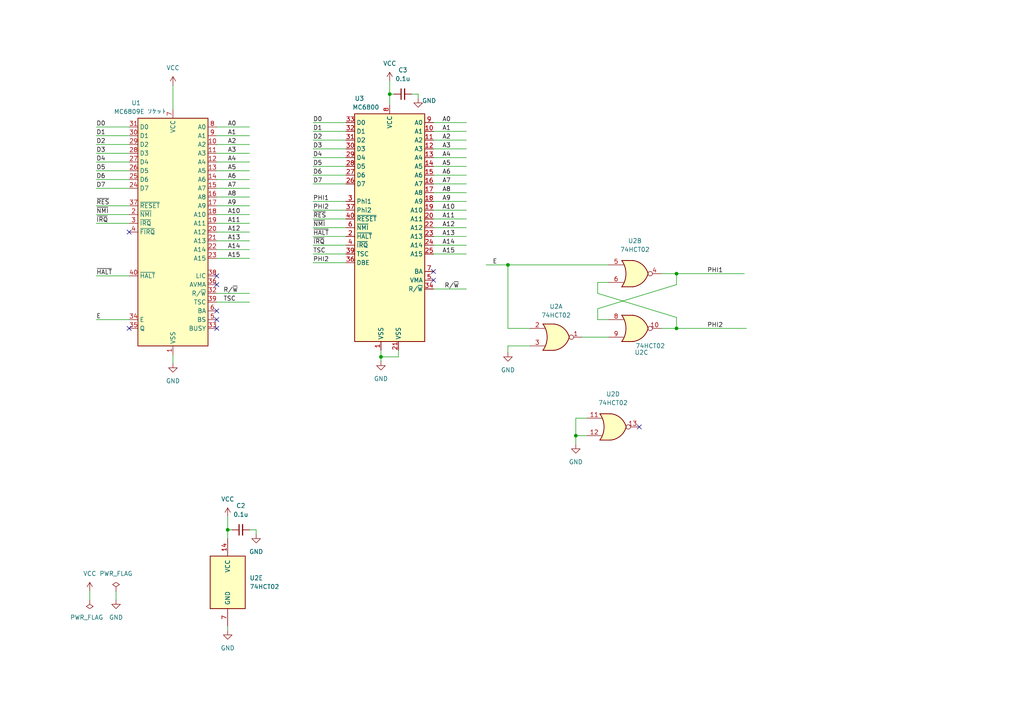
<source format=kicad_sch>
(kicad_sch (version 20211123) (generator eeschema)
  (paper "A4")
  (title_block (title "SBC6809E MC6800 Adaptor") (date "2022-11-05") (rev "1") (company "KUNI-NET") (comment 1 "SBC6809EへMC6800 MPUを搭載するアダプター"))
  (lib_symbols
    (symbol "74xx:74HCT02" (pin_names (offset 1.016))
      (property "Reference" "U" (at 0 1.27 0))
      (property "Value" "74HCT02" (at 0 -1.27 0))
      (symbol "74HCT02_1_1"
        (arc (start -3.81 -3.81) (mid -2.589 0) (end -3.81 3.81) (stroke (width 0.254)))
        (arc (start -0.6096 -3.81) (mid 2.1842 -2.5851) (end 3.81 0) (stroke (width 0.254)) (fill (type background)))
        (polyline (pts (xy -3.81 -3.81) (xy -0.635 -3.81)) (stroke (width 0.254)) (fill (type background)))
        (polyline (pts (xy -3.81 3.81) (xy -0.635 3.81)) (stroke (width 0.254)) (fill (type background)))
        (polyline (pts (xy -0.635 3.81) (xy -3.81 3.81) (xy -3.81 3.81) (xy -3.556 3.4036) (xy -3.0226 2.2606) (xy -2.6924 1.0414) (xy -2.6162 -0.254) (xy -2.7686 -1.4986) (xy -3.175 -2.7178) (xy -3.81 -3.81) (xy -3.81 -3.81) (xy -0.635 -3.81)) (stroke (width -25.4)) (fill (type background)))
        (arc (start 3.81 0) (mid 2.1915 2.5936) (end -0.6096 3.81) (stroke (width 0.254)) (fill (type background)))
        (pin output inverted (at 7.62 0 180) (length 3.81) (name "~") (number "1"))
        (pin input line (at -7.62 2.54 0) (length 4.318) (name "~") (number "2"))
        (pin input line (at -7.62 -2.54 0) (length 4.318) (name "~") (number "3"))
      )
      (symbol "74HCT02_1_2"
        (arc (start 0 -3.81) (mid 3.81 0) (end 0 3.81) (stroke (width 0.254)) (fill (type background)))
        (polyline (pts (xy 0 3.81) (xy -3.81 3.81) (xy -3.81 -3.81) (xy 0 -3.81)) (stroke (width 0.254)) (fill (type background)))
        (pin output line (at 7.62 0 180) (length 3.81) (name "~") (number "1"))
        (pin input inverted (at -7.62 2.54 0) (length 3.81) (name "~") (number "2"))
        (pin input inverted (at -7.62 -2.54 0) (length 3.81) (name "~") (number "3"))
      )
      (symbol "74HCT02_2_1"
        (arc (start -3.81 -3.81) (mid -2.589 0) (end -3.81 3.81) (stroke (width 0.254)))
        (arc (start -0.6096 -3.81) (mid 2.1842 -2.5851) (end 3.81 0) (stroke (width 0.254)) (fill (type background)))
        (polyline (pts (xy -3.81 -3.81) (xy -0.635 -3.81)) (stroke (width 0.254)) (fill (type background)))
        (polyline (pts (xy -3.81 3.81) (xy -0.635 3.81)) (stroke (width 0.254)) (fill (type background)))
        (polyline (pts (xy -0.635 3.81) (xy -3.81 3.81) (xy -3.81 3.81) (xy -3.556 3.4036) (xy -3.0226 2.2606) (xy -2.6924 1.0414) (xy -2.6162 -0.254) (xy -2.7686 -1.4986) (xy -3.175 -2.7178) (xy -3.81 -3.81) (xy -3.81 -3.81) (xy -0.635 -3.81)) (stroke (width -25.4)) (fill (type background)))
        (arc (start 3.81 0) (mid 2.1915 2.5936) (end -0.6096 3.81) (stroke (width 0.254)) (fill (type background)))
        (pin output inverted (at 7.62 0 180) (length 3.81) (name "~") (number "4"))
        (pin input line (at -7.62 2.54 0) (length 4.318) (name "~") (number "5"))
        (pin input line (at -7.62 -2.54 0) (length 4.318) (name "~") (number "6"))
      )
      (symbol "74HCT02_2_2"
        (arc (start 0 -3.81) (mid 3.81 0) (end 0 3.81) (stroke (width 0.254)) (fill (type background)))
        (polyline (pts (xy 0 3.81) (xy -3.81 3.81) (xy -3.81 -3.81) (xy 0 -3.81)) (stroke (width 0.254)) (fill (type background)))
        (pin output line (at 7.62 0 180) (length 3.81) (name "~") (number "4"))
        (pin input inverted (at -7.62 2.54 0) (length 3.81) (name "~") (number "5"))
        (pin input inverted (at -7.62 -2.54 0) (length 3.81) (name "~") (number "6"))
      )
      (symbol "74HCT02_3_1"
        (arc (start -3.81 -3.81) (mid -2.589 0) (end -3.81 3.81) (stroke (width 0.254)))
        (arc (start -0.6096 -3.81) (mid 2.1842 -2.5851) (end 3.81 0) (stroke (width 0.254)) (fill (type background)))
        (polyline (pts (xy -3.81 -3.81) (xy -0.635 -3.81)) (stroke (width 0.254)) (fill (type background)))
        (polyline (pts (xy -3.81 3.81) (xy -0.635 3.81)) (stroke (width 0.254)) (fill (type background)))
        (polyline (pts (xy -0.635 3.81) (xy -3.81 3.81) (xy -3.81 3.81) (xy -3.556 3.4036) (xy -3.0226 2.2606) (xy -2.6924 1.0414) (xy -2.6162 -0.254) (xy -2.7686 -1.4986) (xy -3.175 -2.7178) (xy -3.81 -3.81) (xy -3.81 -3.81) (xy -0.635 -3.81)) (stroke (width -25.4)) (fill (type background)))
        (arc (start 3.81 0) (mid 2.1915 2.5936) (end -0.6096 3.81) (stroke (width 0.254)) (fill (type background)))
        (pin output inverted (at 7.62 0 180) (length 3.81) (name "~") (number "10"))
        (pin input line (at -7.62 2.54 0) (length 4.318) (name "~") (number "8"))
        (pin input line (at -7.62 -2.54 0) (length 4.318) (name "~") (number "9"))
      )
      (symbol "74HCT02_3_2"
        (arc (start 0 -3.81) (mid 3.81 0) (end 0 3.81) (stroke (width 0.254)) (fill (type background)))
        (polyline (pts (xy 0 3.81) (xy -3.81 3.81) (xy -3.81 -3.81) (xy 0 -3.81)) (stroke (width 0.254)) (fill (type background)))
        (pin output line (at 7.62 0 180) (length 3.81) (name "~") (number "10"))
        (pin input inverted (at -7.62 2.54 0) (length 3.81) (name "~") (number "8"))
        (pin input inverted (at -7.62 -2.54 0) (length 3.81) (name "~") (number "9"))
      )
      (symbol "74HCT02_4_1"
        (arc (start -3.81 -3.81) (mid -2.589 0) (end -3.81 3.81) (stroke (width 0.254)))
        (arc (start -0.6096 -3.81) (mid 2.1842 -2.5851) (end 3.81 0) (stroke (width 0.254)) (fill (type background)))
        (polyline (pts (xy -3.81 -3.81) (xy -0.635 -3.81)) (stroke (width 0.254)) (fill (type background)))
        (polyline (pts (xy -3.81 3.81) (xy -0.635 3.81)) (stroke (width 0.254)) (fill (type background)))
        (polyline (pts (xy -0.635 3.81) (xy -3.81 3.81) (xy -3.81 3.81) (xy -3.556 3.4036) (xy -3.0226 2.2606) (xy -2.6924 1.0414) (xy -2.6162 -0.254) (xy -2.7686 -1.4986) (xy -3.175 -2.7178) (xy -3.81 -3.81) (xy -3.81 -3.81) (xy -0.635 -3.81)) (stroke (width -25.4)) (fill (type background)))
        (arc (start 3.81 0) (mid 2.1915 2.5936) (end -0.6096 3.81) (stroke (width 0.254)) (fill (type background)))
        (pin input line (at -7.62 2.54 0) (length 4.318) (name "~") (number "11"))
        (pin input line (at -7.62 -2.54 0) (length 4.318) (name "~") (number "12"))
        (pin output inverted (at 7.62 0 180) (length 3.81) (name "~") (number "13"))
      )
      (symbol "74HCT02_4_2"
        (arc (start 0 -3.81) (mid 3.81 0) (end 0 3.81) (stroke (width 0.254)) (fill (type background)))
        (polyline (pts (xy 0 3.81) (xy -3.81 3.81) (xy -3.81 -3.81) (xy 0 -3.81)) (stroke (width 0.254)) (fill (type background)))
        (pin input inverted (at -7.62 2.54 0) (length 3.81) (name "~") (number "11"))
        (pin input inverted (at -7.62 -2.54 0) (length 3.81) (name "~") (number "12"))
        (pin output line (at 7.62 0 180) (length 3.81) (name "~") (number "13"))
      )
      (symbol "74HCT02_5_0"
        (pin power_in line (at 0 12.7 270) (length 5.08) (name "VCC") (number "14"))
        (pin power_in line (at 0 -12.7 90) (length 5.08) (name "GND") (number "7"))
      )
      (symbol "74HCT02_5_1"
        (rectangle (start -5.08 7.62) (end 5.08 -7.62) (stroke (width 0.254)) (fill (type background)))
      )
    )
    (symbol "CPU_NXP_6800:MC6800"
      (property "Reference" "U" (at -8.89 34.29 0))
      (property "Value" "MC6800" (at 10.16 34.29 0))
      (symbol "MC6800_0_1"
        (rectangle (start -10.16 -33.02) (end 10.16 33.02) (stroke (width 0.254)) (fill (type background)))
      )
      (symbol "MC6800_1_1"
        (pin power_in line (at -2.54 -35.56 90) (length 2.54) (name "VSS") (number "1"))
        (pin output line (at 12.7 27.94 180) (length 2.54) (name "A1") (number "10"))
        (pin output line (at 12.7 25.4 180) (length 2.54) (name "A2") (number "11"))
        (pin output line (at 12.7 22.86 180) (length 2.54) (name "A3") (number "12"))
        (pin output line (at 12.7 20.32 180) (length 2.54) (name "A4") (number "13"))
        (pin output line (at 12.7 17.78 180) (length 2.54) (name "A5") (number "14"))
        (pin output line (at 12.7 15.24 180) (length 2.54) (name "A6") (number "15"))
        (pin output line (at 12.7 12.7 180) (length 2.54) (name "A7") (number "16"))
        (pin output line (at 12.7 10.16 180) (length 2.54) (name "A8") (number "17"))
        (pin output line (at 12.7 7.62 180) (length 2.54) (name "A9") (number "18"))
        (pin output line (at 12.7 5.08 180) (length 2.54) (name "A10") (number "19"))
        (pin input line (at -12.7 -2.54 0) (length 2.54) (name "~{HALT}") (number "2"))
        (pin output line (at 12.7 2.54 180) (length 2.54) (name "A11") (number "20"))
        (pin power_in line (at 2.54 -35.56 90) (length 2.54) (name "VSS") (number "21"))
        (pin output line (at 12.7 0 180) (length 2.54) (name "A12") (number "22"))
        (pin output line (at 12.7 -2.54 180) (length 2.54) (name "A13") (number "23"))
        (pin output line (at 12.7 -5.08 180) (length 2.54) (name "A14") (number "24"))
        (pin output line (at 12.7 -7.62 180) (length 2.54) (name "A15") (number "25"))
        (pin bidirectional line (at -12.7 12.7 0) (length 2.54) (name "D7") (number "26"))
        (pin bidirectional line (at -12.7 15.24 0) (length 2.54) (name "D6") (number "27"))
        (pin bidirectional line (at -12.7 17.78 0) (length 2.54) (name "D5") (number "28"))
        (pin bidirectional line (at -12.7 20.32 0) (length 2.54) (name "D4") (number "29"))
        (pin input line (at -12.7 7.62 0) (length 2.54) (name "Phi1") (number "3"))
        (pin bidirectional line (at -12.7 22.86 0) (length 2.54) (name "D3") (number "30"))
        (pin bidirectional line (at -12.7 25.4 0) (length 2.54) (name "D2") (number "31"))
        (pin bidirectional line (at -12.7 27.94 0) (length 2.54) (name "D1") (number "32"))
        (pin bidirectional line (at -12.7 30.48 0) (length 2.54) (name "D0") (number "33"))
        (pin output line (at 12.7 -17.78 180) (length 2.54) (name "R/~{W}") (number "34"))
        (pin no_connect line (at -10.16 -25.4 0) (length 2.54) hide (name "N.C.") (number "35"))
        (pin input line (at -12.7 -10.16 0) (length 2.54) (name "DBE") (number "36"))
        (pin input line (at -12.7 5.08 0) (length 2.54) (name "Phi2") (number "37"))
        (pin no_connect line (at -10.16 -22.86 0) (length 2.54) hide (name "N.C.") (number "38"))
        (pin input line (at -12.7 -7.62 0) (length 2.54) (name "TSC") (number "39"))
        (pin input line (at -12.7 -5.08 0) (length 2.54) (name "~{IRQ}") (number "4"))
        (pin input line (at -12.7 2.54 0) (length 2.54) (name "~{RESET}") (number "40"))
        (pin output line (at 12.7 -15.24 180) (length 2.54) (name "VMA") (number "5"))
        (pin input line (at -12.7 0 0) (length 2.54) (name "~{NMI}") (number "6"))
        (pin output line (at 12.7 -12.7 180) (length 2.54) (name "BA") (number "7"))
        (pin power_in line (at 0 35.56 270) (length 2.54) (name "VCC") (number "8"))
        (pin output line (at 12.7 30.48 180) (length 2.54) (name "A0") (number "9"))
      )
    )
    (symbol "CPU_NXP_6800:MC6809E"
      (property "Reference" "U" (at -7.62 34.544 0))
      (property "Value" "MC6809E" (at 10.16 34.544 0))
      (symbol "MC6809E_0_1"
        (rectangle (start -10.16 -33.02) (end 10.16 33.02) (stroke (width 0.254)) (fill (type background)))
      )
      (symbol "MC6809E_1_1"
        (pin power_in line (at 0 -35.56 90) (length 2.54) (name "VSS") (number "1"))
        (pin output line (at 12.7 25.4 180) (length 2.54) (name "A2") (number "10"))
        (pin output line (at 12.7 22.86 180) (length 2.54) (name "A3") (number "11"))
        (pin output line (at 12.7 20.32 180) (length 2.54) (name "A4") (number "12"))
        (pin output line (at 12.7 17.78 180) (length 2.54) (name "A5") (number "13"))
        (pin output line (at 12.7 15.24 180) (length 2.54) (name "A6") (number "14"))
        (pin output line (at 12.7 12.7 180) (length 2.54) (name "A7") (number "15"))
        (pin output line (at 12.7 10.16 180) (length 2.54) (name "A8") (number "16"))
        (pin output line (at 12.7 7.62 180) (length 2.54) (name "A9") (number "17"))
        (pin output line (at 12.7 5.08 180) (length 2.54) (name "A10") (number "18"))
        (pin output line (at 12.7 2.54 180) (length 2.54) (name "A11") (number "19"))
        (pin input line (at -12.7 5.08 0) (length 2.54) (name "~{NMI}") (number "2"))
        (pin output line (at 12.7 0 180) (length 2.54) (name "A12") (number "20"))
        (pin output line (at 12.7 -2.54 180) (length 2.54) (name "A13") (number "21"))
        (pin output line (at 12.7 -5.08 180) (length 2.54) (name "A14") (number "22"))
        (pin output line (at 12.7 -7.62 180) (length 2.54) (name "A15") (number "23"))
        (pin bidirectional line (at -12.7 12.7 0) (length 2.54) (name "D7") (number "24"))
        (pin bidirectional line (at -12.7 15.24 0) (length 2.54) (name "D6") (number "25"))
        (pin bidirectional line (at -12.7 17.78 0) (length 2.54) (name "D5") (number "26"))
        (pin bidirectional line (at -12.7 20.32 0) (length 2.54) (name "D4") (number "27"))
        (pin bidirectional line (at -12.7 22.86 0) (length 2.54) (name "D3") (number "28"))
        (pin bidirectional line (at -12.7 25.4 0) (length 2.54) (name "D2") (number "29"))
        (pin input line (at -12.7 2.54 0) (length 2.54) (name "~{IRQ}") (number "3"))
        (pin bidirectional line (at -12.7 27.94 0) (length 2.54) (name "D1") (number "30"))
        (pin bidirectional line (at -12.7 30.48 0) (length 2.54) (name "D0") (number "31"))
        (pin output line (at 12.7 -17.78 180) (length 2.54) (name "R/~{W}") (number "32"))
        (pin output line (at 12.7 -27.94 180) (length 2.54) (name "BUSY") (number "33"))
        (pin input line (at -12.7 -25.4 0) (length 2.54) (name "E") (number "34"))
        (pin input line (at -12.7 -27.94 0) (length 2.54) (name "Q") (number "35"))
        (pin output line (at 12.7 -15.24 180) (length 2.54) (name "AVMA") (number "36"))
        (pin input line (at -12.7 7.62 0) (length 2.54) (name "~{RESET}") (number "37"))
        (pin output line (at 12.7 -12.7 180) (length 2.54) (name "LIC") (number "38"))
        (pin output line (at 12.7 -20.32 180) (length 2.54) (name "TSC") (number "39"))
        (pin input line (at -12.7 0 0) (length 2.54) (name "~{FIRQ}") (number "4"))
        (pin input line (at -12.7 -12.7 0) (length 2.54) (name "~{HALT}") (number "40"))
        (pin output line (at 12.7 -25.4 180) (length 2.54) (name "BS") (number "5"))
        (pin output line (at 12.7 -22.86 180) (length 2.54) (name "BA") (number "6"))
        (pin power_in line (at 0 35.56 270) (length 2.54) (name "VCC") (number "7"))
        (pin output line (at 12.7 30.48 180) (length 2.54) (name "A0") (number "8"))
        (pin output line (at 12.7 27.94 180) (length 2.54) (name "A1") (number "9"))
      )
    )
    (symbol "Device:C_Small" (pin_numbers hide) (pin_names (offset 0.254) hide)
      (property "Reference" "C" (at 0.254 1.778 0))
      (property "Value" "C_Small" (at 0.254 -2.032 0))
      (symbol "C_Small_0_1"
        (polyline (pts (xy -1.524 -0.508) (xy 1.524 -0.508)) (stroke (width 0.3302)))
        (polyline (pts (xy -1.524 0.508) (xy 1.524 0.508)) (stroke (width 0.3048)))
      )
      (symbol "C_Small_1_1"
        (pin passive line (at 0 2.54 270) (length 2.032) (name "~") (number "1"))
        (pin passive line (at 0 -2.54 90) (length 2.032) (name "~") (number "2"))
      )
    )
    (symbol "power:GND" (power) (pin_names (offset 0))
      (property "Value" "GND" (at 0 -3.81 0))
      (symbol "GND_0_1"
        (polyline (pts (xy 0 0) (xy 0 -1.27) (xy 1.27 -1.27) (xy 0 -2.54) (xy -1.27 -1.27) (xy 0 -1.27)))
      )
      (symbol "GND_1_1"
        (pin power_in line (at 0 0 270) (length 0) hide (name "GND") (number "1"))
      )
    )
    (symbol "power:PWR_FLAG" (power) (pin_numbers hide) (pin_names (offset 0) hide)
      (property "Value" "PWR_FLAG" (at 0 3.81 0))
      (symbol "PWR_FLAG_0_0"
        (pin power_out line (at 0 0 90) (length 0) (name "pwr") (number "1"))
      )
      (symbol "PWR_FLAG_0_1"
        (polyline (pts (xy 0 0) (xy 0 1.27) (xy -1.016 1.905) (xy 0 2.54) (xy 1.016 1.905) (xy 0 1.27)))
      )
    )
    (symbol "power:VCC" (power) (pin_names (offset 0))
      (property "Value" "VCC" (at 0 3.81 0))
      (symbol "VCC_0_1"
        (polyline (pts (xy -0.762 1.27) (xy 0 2.54)))
        (polyline (pts (xy 0 0) (xy 0 2.54)))
        (polyline (pts (xy 0 2.54) (xy 0.762 1.27)))
      )
      (symbol "VCC_1_1"
        (pin power_in line (at 0 0 90) (length 0) hide (name "VCC") (number "1"))
      )
    )
  )
  (junction (at 147.32 76.835))
  (junction (at 167.005 126.365))
  (junction (at 113.03 27.305))
  (junction (at 66.04 153.67))
  (junction (at 110.49 103.505))
  (junction (at 196.215 95.25))
  (junction (at 196.215 79.375))
  (no_connect (at 125.73 78.74))
  (no_connect (at 125.73 81.28))
  (no_connect (at 37.465 95.25))
  (no_connect (at 62.865 90.17))
  (no_connect (at 62.865 92.71))
  (no_connect (at 62.865 95.25))
  (no_connect (at 62.865 82.55))
  (no_connect (at 62.865 80.01))
  (no_connect (at 185.42 123.825))
  (no_connect (at 37.465 67.31))
  (wire (pts (xy 27.94 46.99) (xy 37.465 46.99)))
  (wire (pts (xy 110.49 103.505) (xy 115.57 103.505)))
  (wire (pts (xy 90.805 60.96) (xy 100.33 60.96)))
  (wire (pts (xy 62.865 67.31) (xy 72.39 67.31)))
  (wire (pts (xy 62.865 87.63) (xy 72.39 87.63)))
  (wire (pts (xy 125.73 40.64) (xy 135.255 40.64)))
  (wire (pts (xy 90.805 76.2) (xy 100.33 76.2)))
  (wire (pts (xy 125.73 45.72) (xy 135.255 45.72)))
  (wire (pts (xy 50.165 24.765) (xy 50.165 31.75)))
  (wire (pts (xy 27.94 36.83) (xy 37.465 36.83)))
  (wire (pts (xy 90.805 53.34) (xy 100.33 53.34)))
  (wire (pts (xy 62.865 59.69) (xy 72.39 59.69)))
  (wire (pts (xy 62.865 62.23) (xy 72.39 62.23)))
  (wire (pts (xy 27.94 41.91) (xy 37.465 41.91)))
  (wire (pts (xy 27.94 59.69) (xy 37.465 59.69)))
  (wire (pts (xy 90.805 38.1) (xy 100.33 38.1)))
  (wire (pts (xy 191.77 79.375) (xy 196.215 79.375)))
  (wire (pts (xy 90.805 48.26) (xy 100.33 48.26)))
  (wire (pts (xy 125.73 73.66) (xy 135.255 73.66)))
  (wire (pts (xy 62.865 54.61) (xy 72.39 54.61)))
  (wire (pts (xy 176.53 92.71) (xy 173.355 92.71)))
  (wire (pts (xy 167.005 126.365) (xy 167.005 121.285)))
  (wire (pts (xy 125.73 66.04) (xy 135.255 66.04)))
  (wire (pts (xy 196.215 95.25) (xy 216.535 95.25)))
  (wire (pts (xy 125.73 53.34) (xy 135.255 53.34)))
  (wire (pts (xy 113.03 27.305) (xy 114.3 27.305)))
  (wire (pts (xy 147.32 95.25) (xy 153.67 95.25)))
  (wire (pts (xy 62.865 46.99) (xy 72.39 46.99)))
  (wire (pts (xy 62.865 57.15) (xy 72.39 57.15)))
  (wire (pts (xy 121.285 27.305) (xy 121.285 28.575)))
  (wire (pts (xy 90.805 50.8) (xy 100.33 50.8)))
  (wire (pts (xy 27.94 44.45) (xy 37.465 44.45)))
  (wire (pts (xy 125.73 71.12) (xy 135.255 71.12)))
  (wire (pts (xy 196.215 95.25) (xy 196.215 92.075)))
  (wire (pts (xy 167.005 126.365) (xy 170.18 126.365)))
  (wire (pts (xy 62.865 74.93) (xy 72.39 74.93)))
  (wire (pts (xy 27.94 52.07) (xy 37.465 52.07)))
  (wire (pts (xy 125.73 35.56) (xy 135.255 35.56)))
  (wire (pts (xy 27.94 92.71) (xy 37.465 92.71)))
  (wire (pts (xy 113.03 23.495) (xy 113.03 27.305)))
  (wire (pts (xy 90.805 73.66) (xy 100.33 73.66)))
  (wire (pts (xy 167.005 121.285) (xy 170.18 121.285)))
  (wire (pts (xy 119.38 27.305) (xy 121.285 27.305)))
  (wire (pts (xy 125.73 63.5) (xy 135.255 63.5)))
  (wire (pts (xy 90.805 58.42) (xy 100.33 58.42)))
  (wire (pts (xy 27.94 54.61) (xy 37.465 54.61)))
  (wire (pts (xy 173.355 85.09) (xy 196.215 92.075)))
  (wire (pts (xy 50.165 102.87) (xy 50.165 105.41)))
  (wire (pts (xy 66.04 149.86) (xy 66.04 153.67)))
  (wire (pts (xy 147.32 76.835) (xy 176.53 76.835)))
  (wire (pts (xy 90.805 35.56) (xy 100.33 35.56)))
  (wire (pts (xy 147.32 100.33) (xy 147.32 102.235)))
  (wire (pts (xy 27.94 80.01) (xy 37.465 80.01)))
  (wire (pts (xy 62.865 64.77) (xy 72.39 64.77)))
  (wire (pts (xy 196.215 82.55) (xy 173.355 89.535)))
  (wire (pts (xy 125.73 43.18) (xy 135.255 43.18)))
  (wire (pts (xy 90.805 43.18) (xy 100.33 43.18)))
  (wire (pts (xy 125.73 50.8) (xy 135.255 50.8)))
  (wire (pts (xy 115.57 101.6) (xy 115.57 103.505)))
  (wire (pts (xy 147.32 76.835) (xy 147.32 95.25)))
  (wire (pts (xy 140.97 76.835) (xy 147.32 76.835)))
  (wire (pts (xy 90.805 40.64) (xy 100.33 40.64)))
  (wire (pts (xy 66.04 153.67) (xy 67.31 153.67)))
  (wire (pts (xy 173.355 85.09) (xy 173.355 81.915)))
  (wire (pts (xy 176.53 81.915) (xy 173.355 81.915)))
  (wire (pts (xy 110.49 101.6) (xy 110.49 103.505)))
  (wire (pts (xy 125.73 48.26) (xy 135.255 48.26)))
  (wire (pts (xy 90.805 63.5) (xy 100.33 63.5)))
  (wire (pts (xy 72.39 153.67) (xy 74.295 153.67)))
  (wire (pts (xy 191.77 95.25) (xy 196.215 95.25)))
  (wire (pts (xy 27.94 64.77) (xy 37.465 64.77)))
  (wire (pts (xy 168.91 97.79) (xy 176.53 97.79)))
  (wire (pts (xy 66.04 153.67) (xy 66.04 156.21)))
  (wire (pts (xy 33.655 171.45) (xy 33.655 173.99)))
  (wire (pts (xy 62.865 39.37) (xy 72.39 39.37)))
  (wire (pts (xy 62.865 41.91) (xy 72.39 41.91)))
  (wire (pts (xy 62.865 36.83) (xy 72.39 36.83)))
  (wire (pts (xy 173.355 89.535) (xy 173.355 92.71)))
  (wire (pts (xy 27.94 62.23) (xy 37.465 62.23)))
  (wire (pts (xy 196.215 79.375) (xy 215.9 79.375)))
  (wire (pts (xy 196.215 79.375) (xy 196.215 82.55)))
  (wire (pts (xy 90.805 45.72) (xy 100.33 45.72)))
  (wire (pts (xy 62.865 85.09) (xy 72.39 85.09)))
  (wire (pts (xy 62.865 69.85) (xy 72.39 69.85)))
  (wire (pts (xy 62.865 52.07) (xy 72.39 52.07)))
  (wire (pts (xy 125.73 83.82) (xy 135.255 83.82)))
  (wire (pts (xy 27.94 49.53) (xy 37.465 49.53)))
  (wire (pts (xy 90.805 71.12) (xy 100.33 71.12)))
  (wire (pts (xy 167.005 128.905) (xy 167.005 126.365)))
  (wire (pts (xy 27.94 39.37) (xy 37.465 39.37)))
  (wire (pts (xy 125.73 38.1) (xy 135.255 38.1)))
  (wire (pts (xy 62.865 72.39) (xy 72.39 72.39)))
  (wire (pts (xy 125.73 60.96) (xy 135.255 60.96)))
  (wire (pts (xy 66.04 181.61) (xy 66.04 182.88)))
  (wire (pts (xy 90.805 66.04) (xy 100.33 66.04)))
  (wire (pts (xy 125.73 55.88) (xy 135.255 55.88)))
  (wire (pts (xy 153.67 100.33) (xy 147.32 100.33)))
  (wire (pts (xy 62.865 49.53) (xy 72.39 49.53)))
  (wire (pts (xy 90.805 68.58) (xy 100.33 68.58)))
  (wire (pts (xy 110.49 103.505) (xy 110.49 104.775)))
  (wire (pts (xy 74.295 153.67) (xy 74.295 154.94)))
  (wire (pts (xy 125.73 68.58) (xy 135.255 68.58)))
  (wire (pts (xy 125.73 58.42) (xy 135.255 58.42)))
  (wire (pts (xy 26.035 171.45) (xy 26.035 173.99)))
  (wire (pts (xy 113.03 27.305) (xy 113.03 30.48)))
  (wire (pts (xy 62.865 44.45) (xy 72.39 44.45)))
  (label "A14" (at 128.27 71.12 0))
  (label "D1" (at 27.94 39.37 0))
  (label "~{NMI}" (at 90.805 66.04 0))
  (label "~{NMI}" (at 27.94 62.23 0))
  (label "A1" (at 66.04 39.37 0))
  (label "A9" (at 66.04 59.69 0))
  (label "A11" (at 128.27 63.5 0))
  (label "A2" (at 128.27 40.64 0))
  (label "D7" (at 27.94 54.61 0))
  (label "D2" (at 90.805 40.64 0))
  (label "A8" (at 66.04 57.15 0))
  (label "D7" (at 90.805 53.34 0))
  (label "TSC" (at 64.77 87.63 0))
  (label "D5" (at 90.805 48.26 0))
  (label "A4" (at 128.27 45.72 0))
  (label "A9" (at 128.27 58.42 0))
  (label "A13" (at 128.27 68.58 0))
  (label "A6" (at 128.27 50.8 0))
  (label "PHI2" (at 90.805 76.2 0))
  (label "D4" (at 27.94 46.99 0))
  (label "A15" (at 66.04 74.93 0))
  (label "E" (at 27.94 92.71 0))
  (label "A7" (at 66.04 54.61 0))
  (label "D1" (at 90.805 38.1 0))
  (label "A5" (at 128.27 48.26 0))
  (label "~{IRQ}" (at 90.805 71.12 0))
  (label "A12" (at 128.27 66.04 0))
  (label "A10" (at 66.04 62.23 0))
  (label "A14" (at 66.04 72.39 0))
  (label "~{RES}" (at 90.805 63.5 0))
  (label "D6" (at 90.805 50.8 0))
  (label "TSC" (at 90.805 73.66 0))
  (label "D5" (at 27.94 49.53 0))
  (label "D0" (at 27.94 36.83 0))
  (label "~{IRQ}" (at 27.94 64.77 0))
  (label "R{slash}~{W}" (at 64.77 85.09 0))
  (label "D2" (at 27.94 41.91 0))
  (label "PHI2" (at 205.105 95.25 0))
  (label "A7" (at 128.27 53.34 0))
  (label "A10" (at 128.27 60.96 0))
  (label "D3" (at 27.94 44.45 0))
  (label "A11" (at 66.04 64.77 0))
  (label "D6" (at 27.94 52.07 0))
  (label "D3" (at 90.805 43.18 0))
  (label "A12" (at 66.04 67.31 0))
  (label "A6" (at 66.04 52.07 0))
  (label "D0" (at 90.805 35.56 0))
  (label "~{RES}" (at 27.94 59.69 0))
  (label "A15" (at 128.27 73.66 0))
  (label "D4" (at 90.805 45.72 0))
  (label "A2" (at 66.04 41.91 0))
  (label "A0" (at 66.04 36.83 0))
  (label "A1" (at 128.27 38.1 0))
  (label "R{slash}~{W}" (at 128.905 83.82 0))
  (label "PHI1" (at 90.805 58.42 0))
  (label "A5" (at 66.04 49.53 0))
  (label "A13" (at 66.04 69.85 0))
  (label "PHI1" (at 205.105 79.375 0))
  (label "A8" (at 128.27 55.88 0))
  (label "~{HALT}" (at 27.94 80.01 0))
  (label "A3" (at 128.27 43.18 0))
  (label "A0" (at 128.27 35.56 0))
  (label "~{HALT}" (at 90.805 68.58 0))
  (label "E" (at 142.875 76.835 0))
  (label "A4" (at 66.04 46.99 0))
  (label "A3" (at 66.04 44.45 0))
  (label "PHI2" (at 90.805 60.96 0))
  (symbol (lib_id "power:PWR_FLAG") (at 33.655 171.45 0) (unit 1)
    (property "Reference" "#FLG02" (effects hide))
    (property "Value" "PWR_FLAG" (at 33.655 166.37 0))
  )
  (symbol (lib_id "CPU_NXP_6800:MC6809E") (at 50.165 67.31 0) (unit 1)
    (property "Reference" "U1" (at 38.1 29.845 0) (effects (justify left)))
    (property "Value" "MC6809E ソケット" (at 33.02 32.385 0) (effects (justify left)))
    (property "Footprint" "Package_DIP:DIP-40_W15.24mm_Socket_LongPads" (effects hide))
    (property "Datasheet" "http://pdf.datasheetcatalog.com/datasheet/motorola/MC68B09S.pdf" (effects hide))
  )
  (symbol (lib_id "74xx:74HCT02") (at 161.29 97.79 0) (unit 1)
    (property "Reference" "U2" (at 161.29 88.9 0))
    (property "Value" "74HCT02" (at 161.29 91.44 0))
    (property "Footprint" "Package_DIP:DIP-14_W7.62mm_Socket_LongPads" (effects hide))
    (property "Datasheet" "http://www.ti.com/lit/gpn/sn74hct02" (effects hide))
  )
  (symbol (lib_id "power:GND") (at 66.04 182.88 0) (unit 1)
    (property "Reference" "#PWR07" (effects hide))
    (property "Value" "GND" (at 66.04 187.96 0))
  )
  (symbol (lib_id "power:VCC") (at 50.165 24.765 0) (unit 1)
    (property "Reference" "#PWR03" (effects hide))
    (property "Value" "VCC" (at 50.165 19.685 0))
  )
  (symbol (lib_id "power:GND") (at 74.295 154.94 0) (unit 1)
    (property "Reference" "#PWR08" (effects hide))
    (property "Value" "GND" (at 74.295 160.02 0))
  )
  (symbol (lib_id "74xx:74HCT02") (at 66.04 168.91 0) (unit 5)
    (property "Reference" "U2" (at 72.39 167.6399 0) (effects (justify left)))
    (property "Value" "74HCT02" (at 72.39 170.1799 0) (effects (justify left)))
    (property "Footprint" "Package_DIP:DIP-14_W7.62mm_Socket_LongPads" (effects hide))
    (property "Datasheet" "http://www.ti.com/lit/gpn/sn74hct02" (effects hide))
  )
  (symbol (lib_id "Device:C_Small") (at 116.84 27.305 90) (unit 1)
    (property "Reference" "C3" (at 116.8463 20.32 90))
    (property "Value" "0.1u" (at 116.8463 22.86 90))
    (property "Footprint" "Capacitor_THT:C_Disc_D3.0mm_W1.6mm_P2.50mm" (effects hide))
  )
  (symbol (lib_id "74xx:74HCT02") (at 177.8 123.825 0) (unit 4)
    (property "Reference" "U2" (at 177.8 114.3 0))
    (property "Value" "74HCT02" (at 177.8 116.84 0))
    (property "Footprint" "Package_DIP:DIP-14_W7.62mm_Socket_LongPads" (effects hide))
    (property "Datasheet" "http://www.ti.com/lit/gpn/sn74hct02" (effects hide))
  )
  (symbol (lib_id "74xx:74HCT02") (at 184.15 95.25 0) (unit 3)
    (property "Reference" "U2" (at 186.055 102.235 0))
    (property "Value" "74HCT02" (at 188.595 100.33 0))
    (property "Footprint" "Package_DIP:DIP-14_W7.62mm_Socket_LongPads" (effects hide))
    (property "Datasheet" "http://www.ti.com/lit/gpn/sn74hct02" (effects hide))
  )
  (symbol (lib_id "power:VCC") (at 113.03 23.495 0) (unit 1)
    (property "Reference" "#PWR010" (effects hide))
    (property "Value" "VCC" (at 113.03 18.415 0))
  )
  (symbol (lib_id "power:PWR_FLAG") (at 26.035 173.99 180) (unit 1)
    (property "Reference" "#FLG01" (effects hide))
    (property "Value" "PWR_FLAG" (at 20.32 179.07 0) (effects (justify right)))
  )
  (symbol (lib_id "power:VCC") (at 66.04 149.86 0) (unit 1)
    (property "Reference" "#PWR06" (effects hide))
    (property "Value" "VCC" (at 66.04 144.78 0))
  )
  (symbol (lib_id "Device:C_Small") (at 69.85 153.67 90) (unit 1)
    (property "Reference" "C2" (at 69.8563 146.685 90))
    (property "Value" "0.1u" (at 69.8563 149.225 90))
    (property "Footprint" "Capacitor_THT:C_Disc_D3.0mm_W1.6mm_P2.50mm" (effects hide))
  )
  (symbol (lib_id "power:GND") (at 50.165 105.41 0) (unit 1)
    (property "Reference" "#PWR04" (effects hide))
    (property "Value" "GND" (at 50.165 110.49 0))
  )
  (symbol (lib_id "74xx:74HCT02") (at 184.15 79.375 0) (unit 2)
    (property "Reference" "U2" (at 184.15 69.85 0))
    (property "Value" "74HCT02" (at 184.15 72.39 0))
    (property "Footprint" "Package_DIP:DIP-14_W7.62mm_Socket_LongPads" (effects hide))
    (property "Datasheet" "http://www.ti.com/lit/gpn/sn74hct02" (effects hide))
  )
  (symbol (lib_id "CPU_NXP_6800:MC6800") (at 113.03 66.04 0) (unit 1)
    (property "Reference" "U3" (at 102.87 28.575 0) (effects (justify left)))
    (property "Value" "MC6800" (at 102.235 31.115 0) (effects (justify left)))
    (property "Footprint" "Package_DIP:DIP-40_W15.24mm_Socket_LongPads" (effects hide))
    (property "Datasheet" "http://pdf.datasheetcatalog.com/datasheet/motorola/MC68A00L.pdf" (effects hide))
  )
  (symbol (lib_id "power:GND") (at 33.655 173.99 0) (unit 1)
    (property "Reference" "#PWR02" (effects hide))
    (property "Value" "GND" (at 33.655 179.07 0))
  )
  (symbol (lib_id "power:VCC") (at 26.035 171.45 0) (unit 1)
    (property "Reference" "#PWR01" (effects hide))
    (property "Value" "VCC" (at 26.035 166.37 0))
  )
  (symbol (lib_id "power:GND") (at 121.285 28.575 0) (unit 1)
    (property "Reference" "#PWR011" (effects hide))
    (property "Value" "GND" (at 124.46 29.21 0))
  )
  (symbol (lib_id "power:GND") (at 110.49 104.775 0) (unit 1)
    (property "Reference" "#PWR09" (effects hide))
    (property "Value" "GND" (at 110.49 109.855 0))
  )
  (symbol (lib_id "power:GND") (at 147.32 102.235 0) (unit 1)
    (property "Reference" "#PWR012" (effects hide))
    (property "Value" "GND" (at 147.32 107.315 0))
  )
  (symbol (lib_id "power:GND") (at 167.005 128.905 0) (unit 1)
    (property "Reference" "#PWR013" (effects hide))
    (property "Value" "GND" (at 167.005 133.985 0))
  )
)
</source>
